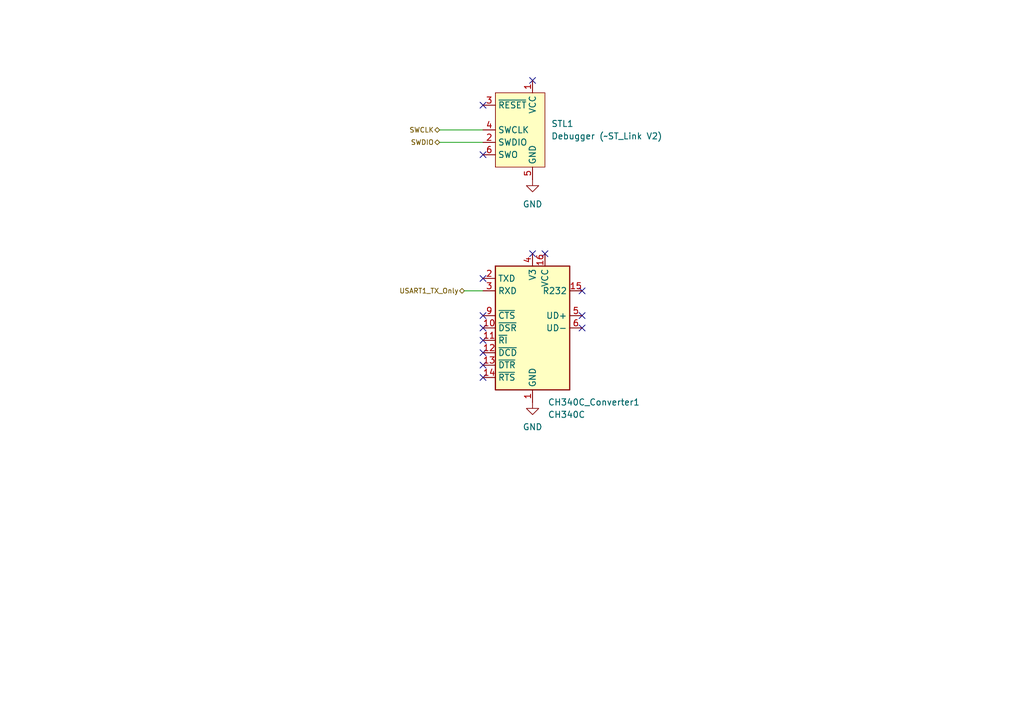
<source format=kicad_sch>
(kicad_sch (version 20250114) (generator "eeschema") (generator_version "9.0")
  (paper "A5")
  (title_block (title "Debug/UART") (date "2026-01-20"))
  (lib_symbols
    (symbol "Connector:Conn_ARM_SWD_TagConnect_TC2030" (in_bom no)
      (property "Reference" "J" (at 2.54 11.43 0))
      (property "Value" "Conn_ARM_SWD_TagConnect_TC2030" (at 5.08 8.89 0))
      (symbol "Conn_ARM_SWD_TagConnect_TC2030_0_0"
        (pin power_in line (at -2.54 10.16 270) (length 2.54) (name "VCC") (number "1"))
        (pin power_in line (at -2.54 -10.16 90) (length 2.54) (name "GND") (number "5"))
        (pin open_collector line (at 7.62 5.08 180) (length 2.54) (name "~{RESET}") (number "3"))
        (pin output line (at 7.62 0 180) (length 2.54) (name "SWCLK") (number "4"))
        (pin bidirectional line (at 7.62 -2.54 180) (length 2.54) (name "SWDIO") (number "2"))
        (pin input line (at 7.62 -5.08 180) (length 2.54) (name "SWO") (number "6"))
      )
      (symbol "Conn_ARM_SWD_TagConnect_TC2030_0_1"
        (rectangle (start -5.08 7.62) (end 5.08 -7.62) (fill (type background)))
      )
    )
    (symbol "Interface_USB:CH340C"
      (property "Reference" "U" (at -5.08 13.97 0))
      (property "Value" "CH340C" (at 1.27 13.97 0))
      (symbol "CH340C_0_1"
        (rectangle (start -7.62 12.7) (end 7.62 -12.7) (stroke (width 0.254)) (fill (type background)))
      )
      (symbol "CH340C_1_1"
        (pin input line (at -10.16 7.62 0) (length 2.54) (name "R232") (number "15"))
        (pin bidirectional line (at -10.16 2.54 0) (length 2.54) (name "UD+") (number "5"))
        (pin bidirectional line (at -10.16 0 0) (length 2.54) (name "UD-") (number "6"))
        (pin no_connect line (at -7.62 -5.08 0) (length 2.54) (hide yes) (name "NC") (number "7"))
        (pin no_connect line (at -7.62 -7.62 0) (length 2.54) (hide yes) (name "NC") (number "8"))
        (pin power_in line (at -2.54 15.24 270) (length 2.54) (name "VCC") (number "16"))
        (pin power_out line (at 0 15.24 270) (length 2.54) (name "V3") (number "4"))
        (pin power_in line (at 0 -15.24 90) (length 2.54) (name "GND") (number "1"))
        (pin output line (at 10.16 10.16 180) (length 2.54) (name "TXD") (number "2"))
        (pin input line (at 10.16 7.62 180) (length 2.54) (name "RXD") (number "3"))
        (pin input line (at 10.16 2.54 180) (length 2.54) (name "~{CTS}") (number "9"))
        (pin input line (at 10.16 0 180) (length 2.54) (name "~{DSR}") (number "10"))
        (pin input line (at 10.16 -2.54 180) (length 2.54) (name "~{RI}") (number "11"))
        (pin input line (at 10.16 -5.08 180) (length 2.54) (name "~{DCD}") (number "12"))
        (pin output line (at 10.16 -7.62 180) (length 2.54) (name "~{DTR}") (number "13"))
        (pin output line (at 10.16 -10.16 180) (length 2.54) (name "~{RTS}") (number "14"))
      )
    )
    (symbol "power:GND" (power) (pin_numbers (hide yes)) (pin_names (offset 0) (hide yes))
      (property "Value" "GND" (at 0 -3.81 0))
      (symbol "GND_0_1"
        (polyline (pts (xy 0 0) (xy 0 -1.27) (xy 1.27 -1.27) (xy 0 -2.54) (xy -1.27 -1.27) (xy 0 -1.27)))
      )
      (symbol "GND_1_1"
        (pin power_in line (at 0 0 270) (length 0) (name "~") (number "1"))
      )
    )
  )
  (no_connect (at 119.38 67.31))
  (no_connect (at 99.06 57.15))
  (no_connect (at 99.06 31.75))
  (no_connect (at 109.22 52.07))
  (no_connect (at 99.06 21.59))
  (no_connect (at 99.06 72.39))
  (no_connect (at 99.06 74.93))
  (no_connect (at 99.06 67.31))
  (no_connect (at 119.38 64.77))
  (no_connect (at 99.06 69.85))
  (no_connect (at 99.06 77.47))
  (no_connect (at 109.22 16.51))
  (no_connect (at 99.06 64.77))
  (no_connect (at 119.38 59.69))
  (no_connect (at 111.76 52.07))
  (wire (pts (xy 90.17 26.67) (xy 99.06 26.67)))
  (wire (pts (xy 95.25 59.69) (xy 99.06 59.69)))
  (wire (pts (xy 90.17 29.21) (xy 99.06 29.21)))
  (hierarchical_label "SWDIO" (shape bidirectional) (at 90.17 29.21 180) (effects (font (size 1 1))))
  (hierarchical_label "SWCLK" (shape bidirectional) (at 90.17 26.67 180) (effects (font (size 1 1))))
  (hierarchical_label "USART1_TX_Only" (shape bidirectional) (at 95.25 59.69 180) (effects (font (size 1 1))))
  (symbol (lib_id "power:GND") (at 109.22 36.83 0) (mirror y) (unit 1)
    (property "Reference" "#PWR024" (effects (hide yes)))
    (property "Value" "GND" (at 109.22 41.91 0))
    (property "Description" "Power symbol creates a global label with name \"GND\" , ground" (effects (hide yes)))
  )
  (symbol (lib_id "power:GND") (at 109.22 82.55 0) (mirror y) (unit 1)
    (property "Reference" "#PWR025" (effects (hide yes)))
    (property "Value" "GND" (at 109.22 87.63 0))
    (property "Description" "Power symbol creates a global label with name \"GND\" , ground" (effects (hide yes)))
  )
  (symbol (lib_id "Connector:Conn_ARM_SWD_TagConnect_TC2030") (at 106.68 26.67 0) (mirror y) (unit 1) (in_bom no)
    (property "Reference" "STL1" (at 113.03 25.3999 0) (effects (justify right)))
    (property "Value" "Debugger (~ST_Link V2)" (at 113.03 27.9399 0) (effects (justify right)))
    (property "Footprint" "Connector:Tag-Connect_TC2030-IDC-FP_2x03_P1.27mm_Vertical" (effects (hide yes)))
    (property "Datasheet" "https://www.tag-connect.com/wp-content/uploads/bsk-pdf-manager/TC2030-CTX_1.pdf" (effects (hide yes)))
    (property "Description" "Tag-Connect ARM Cortex SWD JTAG connector, 6 pin" (effects (hide yes)))
  )
  (symbol (lib_id "Interface_USB:CH340C") (at 109.22 67.31 0) (mirror y) (unit 1)
    (property "Reference" "CH340C_Converter1" (at 112.3381 82.55 0) (effects (justify right)))
    (property "Value" "CH340C" (at 112.3381 85.09 0) (effects (justify right)))
    (property "Footprint" "Package_SO:SOIC-16_3.9x9.9mm_P1.27mm" (effects (hide yes)))
    (property "Datasheet" "https://datasheet.lcsc.com/szlcsc/Jiangsu-Qin-Heng-CH340C_C84681.pdf" (effects (hide yes)))
    (property "Description" "USB serial converter, crystal-less, UART, SOIC-16" (effects (hide yes)))
  )
)
</source>
